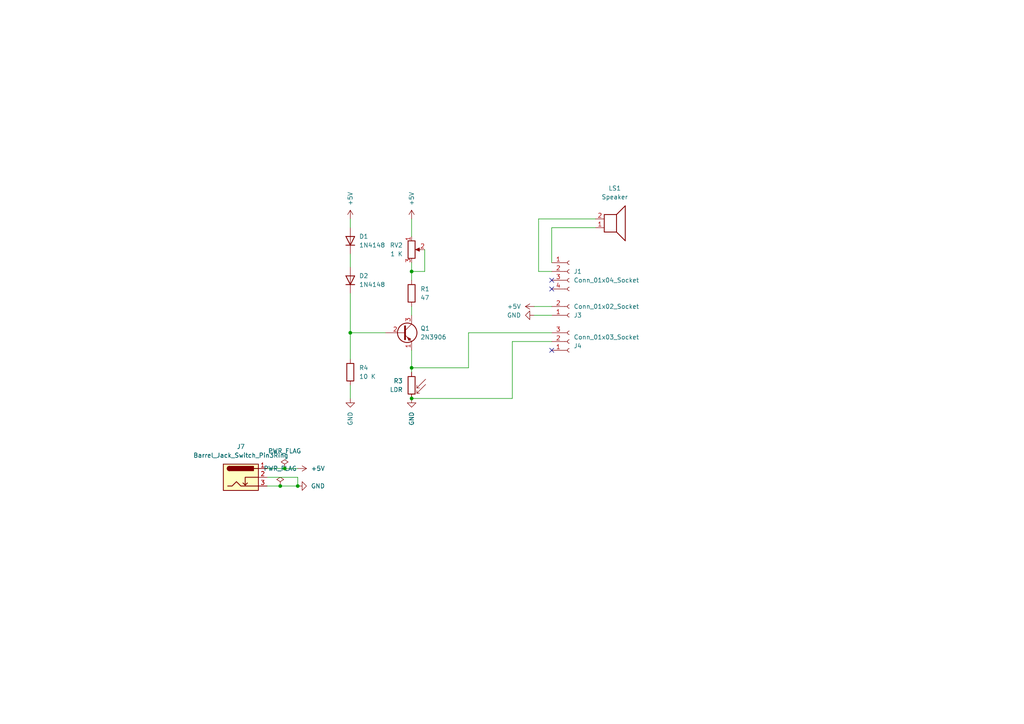
<source format=kicad_sch>
(kicad_sch (version 20230121) (generator eeschema)

  (uuid 9784eab8-30d2-43f8-b41c-fb35248f84c4)

  (paper "A4")

  (lib_symbols
    (symbol "Connector:Barrel_Jack_Switch_Pin3Ring" (pin_names hide) (in_bom yes) (on_board yes)
      (property "Reference" "J" (at 0 5.334 0)
        (effects (font (size 1.27 1.27)))
      )
      (property "Value" "Barrel_Jack_Switch_Pin3Ring" (at 0 -5.08 0)
        (effects (font (size 1.27 1.27)))
      )
      (property "Footprint" "" (at 1.27 -1.016 0)
        (effects (font (size 1.27 1.27)) hide)
      )
      (property "Datasheet" "~" (at 1.27 -1.016 0)
        (effects (font (size 1.27 1.27)) hide)
      )
      (property "ki_keywords" "DC power barrel jack connector" (at 0 0 0)
        (effects (font (size 1.27 1.27)) hide)
      )
      (property "ki_description" "DC Barrel Jack with an internal switch" (at 0 0 0)
        (effects (font (size 1.27 1.27)) hide)
      )
      (property "ki_fp_filters" "BarrelJack*" (at 0 0 0)
        (effects (font (size 1.27 1.27)) hide)
      )
      (symbol "Barrel_Jack_Switch_Pin3Ring_0_1"
        (rectangle (start -5.08 3.81) (end 5.08 -3.81)
          (stroke (width 0.254) (type default))
          (fill (type background))
        )
        (arc (start -3.302 3.175) (mid -3.9343 2.54) (end -3.302 1.905)
          (stroke (width 0.254) (type default))
          (fill (type none))
        )
        (arc (start -3.302 3.175) (mid -3.9343 2.54) (end -3.302 1.905)
          (stroke (width 0.254) (type default))
          (fill (type outline))
        )
        (polyline
          (pts
            (xy 1.27 -2.286)
            (xy 1.905 -1.651)
          )
          (stroke (width 0.254) (type default))
          (fill (type none))
        )
        (polyline
          (pts
            (xy 5.08 2.54)
            (xy 3.81 2.54)
          )
          (stroke (width 0.254) (type default))
          (fill (type none))
        )
        (polyline
          (pts
            (xy 5.08 0)
            (xy 1.27 0)
            (xy 1.27 -2.286)
            (xy 0.635 -1.651)
          )
          (stroke (width 0.254) (type default))
          (fill (type none))
        )
        (polyline
          (pts
            (xy -3.81 -2.54)
            (xy -2.54 -2.54)
            (xy -1.27 -1.27)
            (xy 0 -2.54)
            (xy 2.54 -2.54)
            (xy 5.08 -2.54)
          )
          (stroke (width 0.254) (type default))
          (fill (type none))
        )
        (rectangle (start 3.683 3.175) (end -3.302 1.905)
          (stroke (width 0.254) (type default))
          (fill (type outline))
        )
      )
      (symbol "Barrel_Jack_Switch_Pin3Ring_1_1"
        (pin passive line (at 7.62 2.54 180) (length 2.54)
          (name "~" (effects (font (size 1.27 1.27))))
          (number "1" (effects (font (size 1.27 1.27))))
        )
        (pin passive line (at 7.62 0 180) (length 2.54)
          (name "~" (effects (font (size 1.27 1.27))))
          (number "2" (effects (font (size 1.27 1.27))))
        )
        (pin passive line (at 7.62 -2.54 180) (length 2.54)
          (name "~" (effects (font (size 1.27 1.27))))
          (number "3" (effects (font (size 1.27 1.27))))
        )
      )
    )
    (symbol "Connector:Conn_01x02_Socket" (pin_names (offset 1.016) hide) (in_bom yes) (on_board yes)
      (property "Reference" "J" (at 0 2.54 0)
        (effects (font (size 1.27 1.27)))
      )
      (property "Value" "Conn_01x02_Socket" (at 0 -5.08 0)
        (effects (font (size 1.27 1.27)))
      )
      (property "Footprint" "" (at 0 0 0)
        (effects (font (size 1.27 1.27)) hide)
      )
      (property "Datasheet" "~" (at 0 0 0)
        (effects (font (size 1.27 1.27)) hide)
      )
      (property "ki_locked" "" (at 0 0 0)
        (effects (font (size 1.27 1.27)))
      )
      (property "ki_keywords" "connector" (at 0 0 0)
        (effects (font (size 1.27 1.27)) hide)
      )
      (property "ki_description" "Generic connector, single row, 01x02, script generated" (at 0 0 0)
        (effects (font (size 1.27 1.27)) hide)
      )
      (property "ki_fp_filters" "Connector*:*_1x??_*" (at 0 0 0)
        (effects (font (size 1.27 1.27)) hide)
      )
      (symbol "Conn_01x02_Socket_1_1"
        (arc (start 0 -2.032) (mid -0.5058 -2.54) (end 0 -3.048)
          (stroke (width 0.1524) (type default))
          (fill (type none))
        )
        (polyline
          (pts
            (xy -1.27 -2.54)
            (xy -0.508 -2.54)
          )
          (stroke (width 0.1524) (type default))
          (fill (type none))
        )
        (polyline
          (pts
            (xy -1.27 0)
            (xy -0.508 0)
          )
          (stroke (width 0.1524) (type default))
          (fill (type none))
        )
        (arc (start 0 0.508) (mid -0.5058 0) (end 0 -0.508)
          (stroke (width 0.1524) (type default))
          (fill (type none))
        )
        (pin passive line (at -5.08 0 0) (length 3.81)
          (name "Pin_1" (effects (font (size 1.27 1.27))))
          (number "1" (effects (font (size 1.27 1.27))))
        )
        (pin passive line (at -5.08 -2.54 0) (length 3.81)
          (name "Pin_2" (effects (font (size 1.27 1.27))))
          (number "2" (effects (font (size 1.27 1.27))))
        )
      )
    )
    (symbol "Connector:Conn_01x03_Socket" (pin_names (offset 1.016) hide) (in_bom yes) (on_board yes)
      (property "Reference" "J" (at 0 5.08 0)
        (effects (font (size 1.27 1.27)))
      )
      (property "Value" "Conn_01x03_Socket" (at 0 -5.08 0)
        (effects (font (size 1.27 1.27)))
      )
      (property "Footprint" "" (at 0 0 0)
        (effects (font (size 1.27 1.27)) hide)
      )
      (property "Datasheet" "~" (at 0 0 0)
        (effects (font (size 1.27 1.27)) hide)
      )
      (property "ki_locked" "" (at 0 0 0)
        (effects (font (size 1.27 1.27)))
      )
      (property "ki_keywords" "connector" (at 0 0 0)
        (effects (font (size 1.27 1.27)) hide)
      )
      (property "ki_description" "Generic connector, single row, 01x03, script generated" (at 0 0 0)
        (effects (font (size 1.27 1.27)) hide)
      )
      (property "ki_fp_filters" "Connector*:*_1x??_*" (at 0 0 0)
        (effects (font (size 1.27 1.27)) hide)
      )
      (symbol "Conn_01x03_Socket_1_1"
        (arc (start 0 -2.032) (mid -0.5058 -2.54) (end 0 -3.048)
          (stroke (width 0.1524) (type default))
          (fill (type none))
        )
        (polyline
          (pts
            (xy -1.27 -2.54)
            (xy -0.508 -2.54)
          )
          (stroke (width 0.1524) (type default))
          (fill (type none))
        )
        (polyline
          (pts
            (xy -1.27 0)
            (xy -0.508 0)
          )
          (stroke (width 0.1524) (type default))
          (fill (type none))
        )
        (polyline
          (pts
            (xy -1.27 2.54)
            (xy -0.508 2.54)
          )
          (stroke (width 0.1524) (type default))
          (fill (type none))
        )
        (arc (start 0 0.508) (mid -0.5058 0) (end 0 -0.508)
          (stroke (width 0.1524) (type default))
          (fill (type none))
        )
        (arc (start 0 3.048) (mid -0.5058 2.54) (end 0 2.032)
          (stroke (width 0.1524) (type default))
          (fill (type none))
        )
        (pin passive line (at -5.08 2.54 0) (length 3.81)
          (name "Pin_1" (effects (font (size 1.27 1.27))))
          (number "1" (effects (font (size 1.27 1.27))))
        )
        (pin passive line (at -5.08 0 0) (length 3.81)
          (name "Pin_2" (effects (font (size 1.27 1.27))))
          (number "2" (effects (font (size 1.27 1.27))))
        )
        (pin passive line (at -5.08 -2.54 0) (length 3.81)
          (name "Pin_3" (effects (font (size 1.27 1.27))))
          (number "3" (effects (font (size 1.27 1.27))))
        )
      )
    )
    (symbol "Connector:Conn_01x04_Socket" (pin_names (offset 1.016) hide) (in_bom yes) (on_board yes)
      (property "Reference" "J" (at 0 5.08 0)
        (effects (font (size 1.27 1.27)))
      )
      (property "Value" "Conn_01x04_Socket" (at 0 -7.62 0)
        (effects (font (size 1.27 1.27)))
      )
      (property "Footprint" "" (at 0 0 0)
        (effects (font (size 1.27 1.27)) hide)
      )
      (property "Datasheet" "~" (at 0 0 0)
        (effects (font (size 1.27 1.27)) hide)
      )
      (property "ki_locked" "" (at 0 0 0)
        (effects (font (size 1.27 1.27)))
      )
      (property "ki_keywords" "connector" (at 0 0 0)
        (effects (font (size 1.27 1.27)) hide)
      )
      (property "ki_description" "Generic connector, single row, 01x04, script generated" (at 0 0 0)
        (effects (font (size 1.27 1.27)) hide)
      )
      (property "ki_fp_filters" "Connector*:*_1x??_*" (at 0 0 0)
        (effects (font (size 1.27 1.27)) hide)
      )
      (symbol "Conn_01x04_Socket_1_1"
        (arc (start 0 -4.572) (mid -0.5058 -5.08) (end 0 -5.588)
          (stroke (width 0.1524) (type default))
          (fill (type none))
        )
        (arc (start 0 -2.032) (mid -0.5058 -2.54) (end 0 -3.048)
          (stroke (width 0.1524) (type default))
          (fill (type none))
        )
        (polyline
          (pts
            (xy -1.27 -5.08)
            (xy -0.508 -5.08)
          )
          (stroke (width 0.1524) (type default))
          (fill (type none))
        )
        (polyline
          (pts
            (xy -1.27 -2.54)
            (xy -0.508 -2.54)
          )
          (stroke (width 0.1524) (type default))
          (fill (type none))
        )
        (polyline
          (pts
            (xy -1.27 0)
            (xy -0.508 0)
          )
          (stroke (width 0.1524) (type default))
          (fill (type none))
        )
        (polyline
          (pts
            (xy -1.27 2.54)
            (xy -0.508 2.54)
          )
          (stroke (width 0.1524) (type default))
          (fill (type none))
        )
        (arc (start 0 0.508) (mid -0.5058 0) (end 0 -0.508)
          (stroke (width 0.1524) (type default))
          (fill (type none))
        )
        (arc (start 0 3.048) (mid -0.5058 2.54) (end 0 2.032)
          (stroke (width 0.1524) (type default))
          (fill (type none))
        )
        (pin passive line (at -5.08 2.54 0) (length 3.81)
          (name "Pin_1" (effects (font (size 1.27 1.27))))
          (number "1" (effects (font (size 1.27 1.27))))
        )
        (pin passive line (at -5.08 0 0) (length 3.81)
          (name "Pin_2" (effects (font (size 1.27 1.27))))
          (number "2" (effects (font (size 1.27 1.27))))
        )
        (pin passive line (at -5.08 -2.54 0) (length 3.81)
          (name "Pin_3" (effects (font (size 1.27 1.27))))
          (number "3" (effects (font (size 1.27 1.27))))
        )
        (pin passive line (at -5.08 -5.08 0) (length 3.81)
          (name "Pin_4" (effects (font (size 1.27 1.27))))
          (number "4" (effects (font (size 1.27 1.27))))
        )
      )
    )
    (symbol "Device:R" (pin_numbers hide) (pin_names (offset 0)) (in_bom yes) (on_board yes)
      (property "Reference" "R" (at 2.032 0 90)
        (effects (font (size 1.27 1.27)))
      )
      (property "Value" "R" (at 0 0 90)
        (effects (font (size 1.27 1.27)))
      )
      (property "Footprint" "" (at -1.778 0 90)
        (effects (font (size 1.27 1.27)) hide)
      )
      (property "Datasheet" "~" (at 0 0 0)
        (effects (font (size 1.27 1.27)) hide)
      )
      (property "ki_keywords" "R res resistor" (at 0 0 0)
        (effects (font (size 1.27 1.27)) hide)
      )
      (property "ki_description" "Resistor" (at 0 0 0)
        (effects (font (size 1.27 1.27)) hide)
      )
      (property "ki_fp_filters" "R_*" (at 0 0 0)
        (effects (font (size 1.27 1.27)) hide)
      )
      (symbol "R_0_1"
        (rectangle (start -1.016 -2.54) (end 1.016 2.54)
          (stroke (width 0.254) (type default))
          (fill (type none))
        )
      )
      (symbol "R_1_1"
        (pin passive line (at 0 3.81 270) (length 1.27)
          (name "~" (effects (font (size 1.27 1.27))))
          (number "1" (effects (font (size 1.27 1.27))))
        )
        (pin passive line (at 0 -3.81 90) (length 1.27)
          (name "~" (effects (font (size 1.27 1.27))))
          (number "2" (effects (font (size 1.27 1.27))))
        )
      )
    )
    (symbol "Device:R_Potentiometer" (pin_names (offset 1.016) hide) (in_bom yes) (on_board yes)
      (property "Reference" "RV" (at -4.445 0 90)
        (effects (font (size 1.27 1.27)))
      )
      (property "Value" "R_Potentiometer" (at -2.54 0 90)
        (effects (font (size 1.27 1.27)))
      )
      (property "Footprint" "" (at 0 0 0)
        (effects (font (size 1.27 1.27)) hide)
      )
      (property "Datasheet" "~" (at 0 0 0)
        (effects (font (size 1.27 1.27)) hide)
      )
      (property "ki_keywords" "resistor variable" (at 0 0 0)
        (effects (font (size 1.27 1.27)) hide)
      )
      (property "ki_description" "Potentiometer" (at 0 0 0)
        (effects (font (size 1.27 1.27)) hide)
      )
      (property "ki_fp_filters" "Potentiometer*" (at 0 0 0)
        (effects (font (size 1.27 1.27)) hide)
      )
      (symbol "R_Potentiometer_0_1"
        (polyline
          (pts
            (xy 2.54 0)
            (xy 1.524 0)
          )
          (stroke (width 0) (type default))
          (fill (type none))
        )
        (polyline
          (pts
            (xy 1.143 0)
            (xy 2.286 0.508)
            (xy 2.286 -0.508)
            (xy 1.143 0)
          )
          (stroke (width 0) (type default))
          (fill (type outline))
        )
        (rectangle (start 1.016 2.54) (end -1.016 -2.54)
          (stroke (width 0.254) (type default))
          (fill (type none))
        )
      )
      (symbol "R_Potentiometer_1_1"
        (pin passive line (at 0 3.81 270) (length 1.27)
          (name "1" (effects (font (size 1.27 1.27))))
          (number "1" (effects (font (size 1.27 1.27))))
        )
        (pin passive line (at 3.81 0 180) (length 1.27)
          (name "2" (effects (font (size 1.27 1.27))))
          (number "2" (effects (font (size 1.27 1.27))))
        )
        (pin passive line (at 0 -3.81 90) (length 1.27)
          (name "3" (effects (font (size 1.27 1.27))))
          (number "3" (effects (font (size 1.27 1.27))))
        )
      )
    )
    (symbol "Device:Speaker" (pin_names (offset 0) hide) (in_bom yes) (on_board yes)
      (property "Reference" "LS" (at 1.27 5.715 0)
        (effects (font (size 1.27 1.27)) (justify right))
      )
      (property "Value" "Speaker" (at 1.27 3.81 0)
        (effects (font (size 1.27 1.27)) (justify right))
      )
      (property "Footprint" "" (at 0 -5.08 0)
        (effects (font (size 1.27 1.27)) hide)
      )
      (property "Datasheet" "~" (at -0.254 -1.27 0)
        (effects (font (size 1.27 1.27)) hide)
      )
      (property "ki_keywords" "speaker sound" (at 0 0 0)
        (effects (font (size 1.27 1.27)) hide)
      )
      (property "ki_description" "Speaker" (at 0 0 0)
        (effects (font (size 1.27 1.27)) hide)
      )
      (symbol "Speaker_0_0"
        (rectangle (start -2.54 1.27) (end 1.016 -3.81)
          (stroke (width 0.254) (type default))
          (fill (type none))
        )
        (polyline
          (pts
            (xy 1.016 1.27)
            (xy 3.556 3.81)
            (xy 3.556 -6.35)
            (xy 1.016 -3.81)
          )
          (stroke (width 0.254) (type default))
          (fill (type none))
        )
      )
      (symbol "Speaker_1_1"
        (pin input line (at -5.08 0 0) (length 2.54)
          (name "1" (effects (font (size 1.27 1.27))))
          (number "1" (effects (font (size 1.27 1.27))))
        )
        (pin input line (at -5.08 -2.54 0) (length 2.54)
          (name "2" (effects (font (size 1.27 1.27))))
          (number "2" (effects (font (size 1.27 1.27))))
        )
      )
    )
    (symbol "Diode:1N4148" (pin_numbers hide) (pin_names hide) (in_bom yes) (on_board yes)
      (property "Reference" "D" (at 0 2.54 0)
        (effects (font (size 1.27 1.27)))
      )
      (property "Value" "1N4148" (at 0 -2.54 0)
        (effects (font (size 1.27 1.27)))
      )
      (property "Footprint" "Diode_THT:D_DO-35_SOD27_P7.62mm_Horizontal" (at 0 0 0)
        (effects (font (size 1.27 1.27)) hide)
      )
      (property "Datasheet" "https://assets.nexperia.com/documents/data-sheet/1N4148_1N4448.pdf" (at 0 0 0)
        (effects (font (size 1.27 1.27)) hide)
      )
      (property "Sim.Device" "D" (at 0 0 0)
        (effects (font (size 1.27 1.27)) hide)
      )
      (property "Sim.Pins" "1=K 2=A" (at 0 0 0)
        (effects (font (size 1.27 1.27)) hide)
      )
      (property "ki_keywords" "diode" (at 0 0 0)
        (effects (font (size 1.27 1.27)) hide)
      )
      (property "ki_description" "100V 0.15A standard switching diode, DO-35" (at 0 0 0)
        (effects (font (size 1.27 1.27)) hide)
      )
      (property "ki_fp_filters" "D*DO?35*" (at 0 0 0)
        (effects (font (size 1.27 1.27)) hide)
      )
      (symbol "1N4148_0_1"
        (polyline
          (pts
            (xy -1.27 1.27)
            (xy -1.27 -1.27)
          )
          (stroke (width 0.254) (type default))
          (fill (type none))
        )
        (polyline
          (pts
            (xy 1.27 0)
            (xy -1.27 0)
          )
          (stroke (width 0) (type default))
          (fill (type none))
        )
        (polyline
          (pts
            (xy 1.27 1.27)
            (xy 1.27 -1.27)
            (xy -1.27 0)
            (xy 1.27 1.27)
          )
          (stroke (width 0.254) (type default))
          (fill (type none))
        )
      )
      (symbol "1N4148_1_1"
        (pin passive line (at -3.81 0 0) (length 2.54)
          (name "K" (effects (font (size 1.27 1.27))))
          (number "1" (effects (font (size 1.27 1.27))))
        )
        (pin passive line (at 3.81 0 180) (length 2.54)
          (name "A" (effects (font (size 1.27 1.27))))
          (number "2" (effects (font (size 1.27 1.27))))
        )
      )
    )
    (symbol "Sensor_Optical:LDR03" (pin_numbers hide) (pin_names (offset 0)) (in_bom yes) (on_board yes)
      (property "Reference" "R" (at -5.08 0 90)
        (effects (font (size 1.27 1.27)))
      )
      (property "Value" "LDR03" (at 1.905 0 90)
        (effects (font (size 1.27 1.27)) (justify top))
      )
      (property "Footprint" "OptoDevice:R_LDR_10x8.5mm_P7.6mm_Vertical" (at 4.445 0 90)
        (effects (font (size 1.27 1.27)) hide)
      )
      (property "Datasheet" "http://www.elektronica-componenten.nl/WebRoot/StoreNL/Shops/61422969/54F1/BA0C/C664/31B9/2173/C0A8/2AB9/2AEF/LDR03IMP.pdf" (at 0 -1.27 0)
        (effects (font (size 1.27 1.27)) hide)
      )
      (property "ki_keywords" "light dependent photo resistor LDR" (at 0 0 0)
        (effects (font (size 1.27 1.27)) hide)
      )
      (property "ki_description" "light dependent resistor" (at 0 0 0)
        (effects (font (size 1.27 1.27)) hide)
      )
      (property "ki_fp_filters" "R*LDR*10x8.5mm*P7.6mm*" (at 0 0 0)
        (effects (font (size 1.27 1.27)) hide)
      )
      (symbol "LDR03_0_1"
        (rectangle (start -1.016 2.54) (end 1.016 -2.54)
          (stroke (width 0.254) (type default))
          (fill (type none))
        )
        (polyline
          (pts
            (xy -1.524 -2.286)
            (xy -4.064 0.254)
          )
          (stroke (width 0) (type default))
          (fill (type none))
        )
        (polyline
          (pts
            (xy -1.524 -2.286)
            (xy -2.286 -2.286)
          )
          (stroke (width 0) (type default))
          (fill (type none))
        )
        (polyline
          (pts
            (xy -1.524 -2.286)
            (xy -1.524 -1.524)
          )
          (stroke (width 0) (type default))
          (fill (type none))
        )
        (polyline
          (pts
            (xy -1.524 -0.762)
            (xy -4.064 1.778)
          )
          (stroke (width 0) (type default))
          (fill (type none))
        )
        (polyline
          (pts
            (xy -1.524 -0.762)
            (xy -2.286 -0.762)
          )
          (stroke (width 0) (type default))
          (fill (type none))
        )
        (polyline
          (pts
            (xy -1.524 -0.762)
            (xy -1.524 0)
          )
          (stroke (width 0) (type default))
          (fill (type none))
        )
      )
      (symbol "LDR03_1_1"
        (pin passive line (at 0 3.81 270) (length 1.27)
          (name "~" (effects (font (size 1.27 1.27))))
          (number "1" (effects (font (size 1.27 1.27))))
        )
        (pin passive line (at 0 -3.81 90) (length 1.27)
          (name "~" (effects (font (size 1.27 1.27))))
          (number "2" (effects (font (size 1.27 1.27))))
        )
      )
    )
    (symbol "Transistor_BJT:2N3906" (pin_names (offset 0) hide) (in_bom yes) (on_board yes)
      (property "Reference" "Q" (at 5.08 1.905 0)
        (effects (font (size 1.27 1.27)) (justify left))
      )
      (property "Value" "2N3906" (at 5.08 0 0)
        (effects (font (size 1.27 1.27)) (justify left))
      )
      (property "Footprint" "Package_TO_SOT_THT:TO-92_Inline" (at 5.08 -1.905 0)
        (effects (font (size 1.27 1.27) italic) (justify left) hide)
      )
      (property "Datasheet" "https://www.onsemi.com/pub/Collateral/2N3906-D.PDF" (at 0 0 0)
        (effects (font (size 1.27 1.27)) (justify left) hide)
      )
      (property "ki_keywords" "PNP Transistor" (at 0 0 0)
        (effects (font (size 1.27 1.27)) hide)
      )
      (property "ki_description" "-0.2A Ic, -40V Vce, Small Signal PNP Transistor, TO-92" (at 0 0 0)
        (effects (font (size 1.27 1.27)) hide)
      )
      (property "ki_fp_filters" "TO?92*" (at 0 0 0)
        (effects (font (size 1.27 1.27)) hide)
      )
      (symbol "2N3906_0_1"
        (polyline
          (pts
            (xy 0.635 0.635)
            (xy 2.54 2.54)
          )
          (stroke (width 0) (type default))
          (fill (type none))
        )
        (polyline
          (pts
            (xy 0.635 -0.635)
            (xy 2.54 -2.54)
            (xy 2.54 -2.54)
          )
          (stroke (width 0) (type default))
          (fill (type none))
        )
        (polyline
          (pts
            (xy 0.635 1.905)
            (xy 0.635 -1.905)
            (xy 0.635 -1.905)
          )
          (stroke (width 0.508) (type default))
          (fill (type none))
        )
        (polyline
          (pts
            (xy 2.286 -1.778)
            (xy 1.778 -2.286)
            (xy 1.27 -1.27)
            (xy 2.286 -1.778)
            (xy 2.286 -1.778)
          )
          (stroke (width 0) (type default))
          (fill (type outline))
        )
        (circle (center 1.27 0) (radius 2.8194)
          (stroke (width 0.254) (type default))
          (fill (type none))
        )
      )
      (symbol "2N3906_1_1"
        (pin passive line (at 2.54 -5.08 90) (length 2.54)
          (name "E" (effects (font (size 1.27 1.27))))
          (number "1" (effects (font (size 1.27 1.27))))
        )
        (pin input line (at -5.08 0 0) (length 5.715)
          (name "B" (effects (font (size 1.27 1.27))))
          (number "2" (effects (font (size 1.27 1.27))))
        )
        (pin passive line (at 2.54 5.08 270) (length 2.54)
          (name "C" (effects (font (size 1.27 1.27))))
          (number "3" (effects (font (size 1.27 1.27))))
        )
      )
    )
    (symbol "power:+5V" (power) (pin_names (offset 0)) (in_bom yes) (on_board yes)
      (property "Reference" "#PWR" (at 0 -3.81 0)
        (effects (font (size 1.27 1.27)) hide)
      )
      (property "Value" "+5V" (at 0 3.556 0)
        (effects (font (size 1.27 1.27)))
      )
      (property "Footprint" "" (at 0 0 0)
        (effects (font (size 1.27 1.27)) hide)
      )
      (property "Datasheet" "" (at 0 0 0)
        (effects (font (size 1.27 1.27)) hide)
      )
      (property "ki_keywords" "global power" (at 0 0 0)
        (effects (font (size 1.27 1.27)) hide)
      )
      (property "ki_description" "Power symbol creates a global label with name \"+5V\"" (at 0 0 0)
        (effects (font (size 1.27 1.27)) hide)
      )
      (symbol "+5V_0_1"
        (polyline
          (pts
            (xy -0.762 1.27)
            (xy 0 2.54)
          )
          (stroke (width 0) (type default))
          (fill (type none))
        )
        (polyline
          (pts
            (xy 0 0)
            (xy 0 2.54)
          )
          (stroke (width 0) (type default))
          (fill (type none))
        )
        (polyline
          (pts
            (xy 0 2.54)
            (xy 0.762 1.27)
          )
          (stroke (width 0) (type default))
          (fill (type none))
        )
      )
      (symbol "+5V_1_1"
        (pin power_in line (at 0 0 90) (length 0) hide
          (name "+5V" (effects (font (size 1.27 1.27))))
          (number "1" (effects (font (size 1.27 1.27))))
        )
      )
    )
    (symbol "power:GND" (power) (pin_names (offset 0)) (in_bom yes) (on_board yes)
      (property "Reference" "#PWR" (at 0 -6.35 0)
        (effects (font (size 1.27 1.27)) hide)
      )
      (property "Value" "GND" (at 0 -3.81 0)
        (effects (font (size 1.27 1.27)))
      )
      (property "Footprint" "" (at 0 0 0)
        (effects (font (size 1.27 1.27)) hide)
      )
      (property "Datasheet" "" (at 0 0 0)
        (effects (font (size 1.27 1.27)) hide)
      )
      (property "ki_keywords" "global power" (at 0 0 0)
        (effects (font (size 1.27 1.27)) hide)
      )
      (property "ki_description" "Power symbol creates a global label with name \"GND\" , ground" (at 0 0 0)
        (effects (font (size 1.27 1.27)) hide)
      )
      (symbol "GND_0_1"
        (polyline
          (pts
            (xy 0 0)
            (xy 0 -1.27)
            (xy 1.27 -1.27)
            (xy 0 -2.54)
            (xy -1.27 -1.27)
            (xy 0 -1.27)
          )
          (stroke (width 0) (type default))
          (fill (type none))
        )
      )
      (symbol "GND_1_1"
        (pin power_in line (at 0 0 270) (length 0) hide
          (name "GND" (effects (font (size 1.27 1.27))))
          (number "1" (effects (font (size 1.27 1.27))))
        )
      )
    )
    (symbol "power:PWR_FLAG" (power) (pin_numbers hide) (pin_names (offset 0) hide) (in_bom yes) (on_board yes)
      (property "Reference" "#FLG" (at 0 1.905 0)
        (effects (font (size 1.27 1.27)) hide)
      )
      (property "Value" "PWR_FLAG" (at 0 3.81 0)
        (effects (font (size 1.27 1.27)))
      )
      (property "Footprint" "" (at 0 0 0)
        (effects (font (size 1.27 1.27)) hide)
      )
      (property "Datasheet" "~" (at 0 0 0)
        (effects (font (size 1.27 1.27)) hide)
      )
      (property "ki_keywords" "flag power" (at 0 0 0)
        (effects (font (size 1.27 1.27)) hide)
      )
      (property "ki_description" "Special symbol for telling ERC where power comes from" (at 0 0 0)
        (effects (font (size 1.27 1.27)) hide)
      )
      (symbol "PWR_FLAG_0_0"
        (pin power_out line (at 0 0 90) (length 0)
          (name "pwr" (effects (font (size 1.27 1.27))))
          (number "1" (effects (font (size 1.27 1.27))))
        )
      )
      (symbol "PWR_FLAG_0_1"
        (polyline
          (pts
            (xy 0 0)
            (xy 0 1.27)
            (xy -1.016 1.905)
            (xy 0 2.54)
            (xy 1.016 1.905)
            (xy 0 1.27)
          )
          (stroke (width 0) (type default))
          (fill (type none))
        )
      )
    )
  )

  (junction (at 81.28 140.97) (diameter 0) (color 0 0 0 0)
    (uuid 58e225b2-78ba-4b6a-a0de-aa7502b78792)
  )
  (junction (at 82.55 135.89) (diameter 0) (color 0 0 0 0)
    (uuid 7bce8f96-0f49-47aa-bfd1-73aedc01310e)
  )
  (junction (at 101.6 96.52) (diameter 0) (color 0 0 0 0)
    (uuid 7e003fbf-3e28-4aa1-a408-ee888b2b972b)
  )
  (junction (at 119.38 106.68) (diameter 0) (color 0 0 0 0)
    (uuid 989fc171-1fa9-47de-987d-6018d27a9427)
  )
  (junction (at 119.38 115.57) (diameter 0) (color 0 0 0 0)
    (uuid 9e45d34e-f9ef-46c2-a107-8fdad4aba9ab)
  )
  (junction (at 119.38 78.74) (diameter 0) (color 0 0 0 0)
    (uuid ca5092d6-5a2c-4741-8c22-d29058d198d5)
  )
  (junction (at 86.36 140.97) (diameter 0) (color 0 0 0 0)
    (uuid e4180d65-7738-4966-92b7-3a44589a46cc)
  )

  (no_connect (at 160.02 83.82) (uuid 8815afbd-6b9e-4323-a410-b8c779141d96))
  (no_connect (at 160.02 81.28) (uuid aeb2cead-c8c4-4596-a556-727ca585590c))
  (no_connect (at 160.02 101.6) (uuid ba2dbe98-d969-4ef2-a51e-33fef1a2ba06))

  (wire (pts (xy 123.19 72.39) (xy 123.19 78.74))
    (stroke (width 0) (type default))
    (uuid 10febc1d-8bcf-4c94-a59e-951a6e217551)
  )
  (wire (pts (xy 148.59 99.06) (xy 148.59 115.57))
    (stroke (width 0) (type default))
    (uuid 1409f69f-e253-45e3-b7c4-3185cbcdd684)
  )
  (wire (pts (xy 154.94 91.44) (xy 160.02 91.44))
    (stroke (width 0) (type default))
    (uuid 1563eed2-fc61-4ef1-ac81-f227d3136c48)
  )
  (wire (pts (xy 119.38 76.2) (xy 119.38 78.74))
    (stroke (width 0) (type default))
    (uuid 1b527351-99f4-4504-8340-743438a53830)
  )
  (wire (pts (xy 86.36 138.43) (xy 86.36 140.97))
    (stroke (width 0) (type default))
    (uuid 1c874b86-17d1-414f-a4f3-afae7f04b712)
  )
  (wire (pts (xy 119.38 88.9) (xy 119.38 91.44))
    (stroke (width 0) (type default))
    (uuid 21300965-85fd-47c7-b38a-bd080a9822ed)
  )
  (wire (pts (xy 123.19 78.74) (xy 119.38 78.74))
    (stroke (width 0) (type default))
    (uuid 32e62bbd-aafc-4323-a164-32651ceb60d5)
  )
  (wire (pts (xy 86.36 138.43) (xy 77.47 138.43))
    (stroke (width 0) (type default))
    (uuid 41af1d69-1567-4067-b565-8a4c664bcc38)
  )
  (wire (pts (xy 119.38 106.68) (xy 119.38 107.95))
    (stroke (width 0) (type default))
    (uuid 4287632c-d7c0-40a5-8e1a-34fb767e7c98)
  )
  (wire (pts (xy 135.89 96.52) (xy 135.89 106.68))
    (stroke (width 0) (type default))
    (uuid 432b6700-9152-4c40-9bc9-4acb10a068ef)
  )
  (wire (pts (xy 86.36 135.89) (xy 82.55 135.89))
    (stroke (width 0) (type default))
    (uuid 4dc25bae-2da4-4096-926a-9deb1d203d6d)
  )
  (wire (pts (xy 101.6 85.09) (xy 101.6 96.52))
    (stroke (width 0) (type default))
    (uuid 4e6ded57-cc3e-4d28-8d87-60fb6c22791d)
  )
  (wire (pts (xy 160.02 78.74) (xy 156.21 78.74))
    (stroke (width 0) (type default))
    (uuid 514bda25-cfe7-4069-9a2b-df9e52ac05be)
  )
  (wire (pts (xy 160.02 96.52) (xy 135.89 96.52))
    (stroke (width 0) (type default))
    (uuid 52115bc1-5931-4386-b7e2-8cbd78820c6a)
  )
  (wire (pts (xy 86.36 140.97) (xy 81.28 140.97))
    (stroke (width 0) (type default))
    (uuid 5414153e-2757-48f0-9988-b4422e767906)
  )
  (wire (pts (xy 119.38 63.5) (xy 119.38 68.58))
    (stroke (width 0) (type default))
    (uuid 67d401cd-50a4-4743-b376-db9e1660fca8)
  )
  (wire (pts (xy 160.02 99.06) (xy 148.59 99.06))
    (stroke (width 0) (type default))
    (uuid 6c63e708-a5d9-4631-8b5c-08330632c6ce)
  )
  (wire (pts (xy 101.6 77.47) (xy 101.6 73.66))
    (stroke (width 0) (type default))
    (uuid 6d5e1584-299f-4579-9270-26f272c478ec)
  )
  (wire (pts (xy 119.38 101.6) (xy 119.38 106.68))
    (stroke (width 0) (type default))
    (uuid 6dcf7faf-c236-4c06-a438-bb0dbc61efc7)
  )
  (wire (pts (xy 101.6 63.5) (xy 101.6 66.04))
    (stroke (width 0) (type default))
    (uuid 7ab1e8af-cefe-4475-84fa-bf50b4642143)
  )
  (wire (pts (xy 156.21 63.5) (xy 172.72 63.5))
    (stroke (width 0) (type default))
    (uuid 805d0df8-72af-4573-a5b8-0c537bf5b879)
  )
  (wire (pts (xy 154.94 88.9) (xy 160.02 88.9))
    (stroke (width 0) (type default))
    (uuid a0f9c709-56ed-41b6-ac30-2274a25a38eb)
  )
  (wire (pts (xy 101.6 96.52) (xy 111.76 96.52))
    (stroke (width 0) (type default))
    (uuid b28360b3-dec5-4962-92b9-2a8113b5f35d)
  )
  (wire (pts (xy 119.38 78.74) (xy 119.38 81.28))
    (stroke (width 0) (type default))
    (uuid b5c27723-58c6-4647-92b9-3aa49dc7fdc9)
  )
  (wire (pts (xy 101.6 111.76) (xy 101.6 115.57))
    (stroke (width 0) (type default))
    (uuid b844890e-6cb7-4098-bac1-ca3160320a2f)
  )
  (wire (pts (xy 160.02 76.2) (xy 160.02 66.04))
    (stroke (width 0) (type default))
    (uuid bd26a488-a02b-4440-9dd7-04f6c235140d)
  )
  (wire (pts (xy 156.21 78.74) (xy 156.21 63.5))
    (stroke (width 0) (type default))
    (uuid bf8d0408-85e6-4ace-9117-359aa26d031c)
  )
  (wire (pts (xy 82.55 135.89) (xy 77.47 135.89))
    (stroke (width 0) (type default))
    (uuid d03a700e-27c4-4f55-9058-a74f8a7244cc)
  )
  (wire (pts (xy 81.28 140.97) (xy 77.47 140.97))
    (stroke (width 0) (type default))
    (uuid d64fb5bd-6166-43a7-b594-1457d2c02401)
  )
  (wire (pts (xy 160.02 66.04) (xy 172.72 66.04))
    (stroke (width 0) (type default))
    (uuid dcd972f3-a759-4369-b18e-5b6480c1e9f7)
  )
  (wire (pts (xy 101.6 96.52) (xy 101.6 104.14))
    (stroke (width 0) (type default))
    (uuid de2f4971-845e-498c-8bae-3ea3132adf73)
  )
  (wire (pts (xy 148.59 115.57) (xy 119.38 115.57))
    (stroke (width 0) (type default))
    (uuid e52b6668-d6b6-423c-b2f4-4e27d06cd1a5)
  )
  (wire (pts (xy 135.89 106.68) (xy 119.38 106.68))
    (stroke (width 0) (type default))
    (uuid e58f8f89-2096-4cef-ae47-8fbd607afedf)
  )

  (symbol (lib_id "power:GND") (at 119.38 115.57 0) (unit 1)
    (in_bom yes) (on_board yes) (dnp no)
    (uuid 0000092f-9ed5-4d92-98bf-e79ca184b693)
    (property "Reference" "#PWR06" (at 119.38 121.92 0)
      (effects (font (size 1.27 1.27)) hide)
    )
    (property "Value" "GND" (at 119.38 119.38 90)
      (effects (font (size 1.27 1.27)) (justify right))
    )
    (property "Footprint" "" (at 119.38 115.57 0)
      (effects (font (size 1.27 1.27)) hide)
    )
    (property "Datasheet" "" (at 119.38 115.57 0)
      (effects (font (size 1.27 1.27)) hide)
    )
    (pin "1" (uuid 0bdaf5ee-e566-452a-b1e1-aa2ce1b143d8))
    (instances
      (project "Receptor"
        (path "/9784eab8-30d2-43f8-b41c-fb35248f84c4"
          (reference "#PWR06") (unit 1)
        )
      )
      (project "Taller de electronica"
        (path "/dca1231d-2874-42ed-adc0-30824ca25651"
          (reference "#PWR07") (unit 1)
        )
      )
    )
  )

  (symbol (lib_id "Device:R") (at 101.6 107.95 0) (unit 1)
    (in_bom yes) (on_board yes) (dnp no) (fields_autoplaced)
    (uuid 0c5cfb8f-face-4500-baeb-88593ab68179)
    (property "Reference" "R4" (at 104.14 106.68 0)
      (effects (font (size 1.27 1.27)) (justify left))
    )
    (property "Value" "10 K" (at 104.14 109.22 0)
      (effects (font (size 1.27 1.27)) (justify left))
    )
    (property "Footprint" "Resistor_THT:R_Axial_DIN0411_L9.9mm_D3.6mm_P15.24mm_Horizontal" (at 99.822 107.95 90)
      (effects (font (size 1.27 1.27)) hide)
    )
    (property "Datasheet" "~" (at 101.6 107.95 0)
      (effects (font (size 1.27 1.27)) hide)
    )
    (pin "1" (uuid 552ae679-957b-445b-b50b-d9f9b60c5cc3))
    (pin "2" (uuid f7bd86bd-3fad-4997-b71d-bf8c0c9850ef))
    (instances
      (project "Receptor"
        (path "/9784eab8-30d2-43f8-b41c-fb35248f84c4"
          (reference "R4") (unit 1)
        )
      )
    )
  )

  (symbol (lib_id "Connector:Barrel_Jack_Switch_Pin3Ring") (at 69.85 138.43 0) (unit 1)
    (in_bom yes) (on_board yes) (dnp no) (fields_autoplaced)
    (uuid 348d6003-9fb9-4351-8226-519521f137cb)
    (property "Reference" "J7" (at 69.85 129.54 0)
      (effects (font (size 1.27 1.27)))
    )
    (property "Value" "Barrel_Jack_Switch_Pin3Ring" (at 69.85 132.08 0)
      (effects (font (size 1.27 1.27)))
    )
    (property "Footprint" "Connector_BarrelJack:BarrelJack_Horizontal" (at 71.12 139.446 0)
      (effects (font (size 1.27 1.27)) hide)
    )
    (property "Datasheet" "~" (at 71.12 139.446 0)
      (effects (font (size 1.27 1.27)) hide)
    )
    (pin "2" (uuid bc14073c-59db-4125-98bd-05d4f4b8cfed))
    (pin "1" (uuid 0299089d-8deb-48ec-889f-1f3b54237fc5))
    (pin "3" (uuid 6334919e-9ba4-4a34-aec1-0cc8937f6fc3))
    (instances
      (project "Receptor"
        (path "/9784eab8-30d2-43f8-b41c-fb35248f84c4"
          (reference "J7") (unit 1)
        )
      )
    )
  )

  (symbol (lib_id "Connector:Conn_01x02_Socket") (at 165.1 91.44 0) (mirror x) (unit 1)
    (in_bom yes) (on_board yes) (dnp no) (fields_autoplaced)
    (uuid 3c4c7ce1-3b81-4093-b76f-7f07bc43fc4e)
    (property "Reference" "J3" (at 166.37 91.44 0)
      (effects (font (size 1.27 1.27)) (justify left))
    )
    (property "Value" "Conn_01x02_Socket" (at 166.37 88.9 0)
      (effects (font (size 1.27 1.27)) (justify left))
    )
    (property "Footprint" "Connector_PinSocket_2.54mm:PinSocket_1x02_P2.54mm_Vertical" (at 165.1 91.44 0)
      (effects (font (size 1.27 1.27)) hide)
    )
    (property "Datasheet" "~" (at 165.1 91.44 0)
      (effects (font (size 1.27 1.27)) hide)
    )
    (pin "2" (uuid 1a3c3a3e-4b2c-4a40-8ac1-7a2a2c216748))
    (pin "1" (uuid 2c62952a-5ee7-4cd6-b97e-9408877ad058))
    (instances
      (project "Receptor"
        (path "/9784eab8-30d2-43f8-b41c-fb35248f84c4"
          (reference "J3") (unit 1)
        )
      )
      (project "Taller de electronica"
        (path "/dca1231d-2874-42ed-adc0-30824ca25651"
          (reference "J3") (unit 1)
        )
      )
    )
  )

  (symbol (lib_id "power:+5V") (at 119.38 63.5 0) (unit 1)
    (in_bom yes) (on_board yes) (dnp no)
    (uuid 3f2e37db-6736-41e7-bd81-c65626702818)
    (property "Reference" "#PWR08" (at 119.38 67.31 0)
      (effects (font (size 1.27 1.27)) hide)
    )
    (property "Value" "+5V" (at 119.38 59.69 90)
      (effects (font (size 1.27 1.27)) (justify left))
    )
    (property "Footprint" "" (at 119.38 63.5 0)
      (effects (font (size 1.27 1.27)) hide)
    )
    (property "Datasheet" "" (at 119.38 63.5 0)
      (effects (font (size 1.27 1.27)) hide)
    )
    (pin "1" (uuid 5483c856-0eee-4649-ab12-95d0c709fcdb))
    (instances
      (project "Receptor"
        (path "/9784eab8-30d2-43f8-b41c-fb35248f84c4"
          (reference "#PWR08") (unit 1)
        )
      )
      (project "Taller de electronica"
        (path "/dca1231d-2874-42ed-adc0-30824ca25651"
          (reference "#PWR08") (unit 1)
        )
      )
    )
  )

  (symbol (lib_id "power:GND") (at 86.36 140.97 90) (unit 1)
    (in_bom yes) (on_board yes) (dnp no)
    (uuid 414c2b36-496d-4917-9cb4-33f69aa4a25b)
    (property "Reference" "#PWR04" (at 92.71 140.97 0)
      (effects (font (size 1.27 1.27)) hide)
    )
    (property "Value" "GND" (at 90.17 140.97 90)
      (effects (font (size 1.27 1.27)) (justify right))
    )
    (property "Footprint" "" (at 86.36 140.97 0)
      (effects (font (size 1.27 1.27)) hide)
    )
    (property "Datasheet" "" (at 86.36 140.97 0)
      (effects (font (size 1.27 1.27)) hide)
    )
    (pin "1" (uuid d3c8d6f1-618c-4175-adb5-49d7e5b0d43d))
    (instances
      (project "Receptor"
        (path "/9784eab8-30d2-43f8-b41c-fb35248f84c4"
          (reference "#PWR04") (unit 1)
        )
      )
      (project "Taller de electronica"
        (path "/dca1231d-2874-42ed-adc0-30824ca25651"
          (reference "#PWR07") (unit 1)
        )
      )
    )
  )

  (symbol (lib_id "Transistor_BJT:2N3906") (at 116.84 96.52 0) (unit 1)
    (in_bom yes) (on_board yes) (dnp no)
    (uuid 43423c00-ba6f-4240-83e2-f533519b79f9)
    (property "Reference" "Q1" (at 121.92 95.25 0)
      (effects (font (size 1.27 1.27)) (justify left))
    )
    (property "Value" "2N3906" (at 121.92 97.79 0)
      (effects (font (size 1.27 1.27)) (justify left))
    )
    (property "Footprint" "Package_TO_SOT_THT:TO-92_Inline" (at 121.92 98.425 0)
      (effects (font (size 1.27 1.27) italic) (justify left) hide)
    )
    (property "Datasheet" "https://www.onsemi.com/pub/Collateral/2N3906-D.PDF" (at 116.84 96.52 0)
      (effects (font (size 1.27 1.27)) (justify left) hide)
    )
    (pin "3" (uuid 1c71891d-1888-4f86-bf3c-06eb2029f6e4))
    (pin "2" (uuid d03eca63-cef2-422e-8920-81e48c5ab72c))
    (pin "1" (uuid e9af8b05-b92c-422a-a603-43012df19e6f))
    (instances
      (project "Receptor"
        (path "/9784eab8-30d2-43f8-b41c-fb35248f84c4"
          (reference "Q1") (unit 1)
        )
      )
      (project "Taller de electronica"
        (path "/dca1231d-2874-42ed-adc0-30824ca25651"
          (reference "Q2") (unit 1)
        )
      )
    )
  )

  (symbol (lib_id "Diode:1N4148") (at 101.6 69.85 90) (unit 1)
    (in_bom yes) (on_board yes) (dnp no) (fields_autoplaced)
    (uuid 4e6fc121-f0a6-4d0c-9ab0-552198d1020a)
    (property "Reference" "D1" (at 104.14 68.58 90)
      (effects (font (size 1.27 1.27)) (justify right))
    )
    (property "Value" "1N4148" (at 104.14 71.12 90)
      (effects (font (size 1.27 1.27)) (justify right))
    )
    (property "Footprint" "Diode_THT:D_DO-35_SOD27_P7.62mm_Horizontal" (at 101.6 69.85 0)
      (effects (font (size 1.27 1.27)) hide)
    )
    (property "Datasheet" "https://assets.nexperia.com/documents/data-sheet/1N4148_1N4448.pdf" (at 101.6 69.85 0)
      (effects (font (size 1.27 1.27)) hide)
    )
    (property "Sim.Device" "D" (at 101.6 69.85 0)
      (effects (font (size 1.27 1.27)) hide)
    )
    (property "Sim.Pins" "1=K 2=A" (at 101.6 69.85 0)
      (effects (font (size 1.27 1.27)) hide)
    )
    (pin "2" (uuid 2af9babf-317c-4ec7-9d5a-bcba61eea804))
    (pin "1" (uuid a9fc4703-841d-4027-938e-4acff89c4948))
    (instances
      (project "Receptor"
        (path "/9784eab8-30d2-43f8-b41c-fb35248f84c4"
          (reference "D1") (unit 1)
        )
      )
      (project "Taller de electronica"
        (path "/dca1231d-2874-42ed-adc0-30824ca25651"
          (reference "D2") (unit 1)
        )
      )
    )
  )

  (symbol (lib_id "power:+5V") (at 154.94 88.9 90) (unit 1)
    (in_bom yes) (on_board yes) (dnp no) (fields_autoplaced)
    (uuid 6856bdef-f868-4a02-86e4-91dea8895457)
    (property "Reference" "#PWR01" (at 158.75 88.9 0)
      (effects (font (size 1.27 1.27)) hide)
    )
    (property "Value" "+5V" (at 151.13 88.9 90)
      (effects (font (size 1.27 1.27)) (justify left))
    )
    (property "Footprint" "" (at 154.94 88.9 0)
      (effects (font (size 1.27 1.27)) hide)
    )
    (property "Datasheet" "" (at 154.94 88.9 0)
      (effects (font (size 1.27 1.27)) hide)
    )
    (pin "1" (uuid 9b1536f8-cb61-4725-85eb-decad5bb61d6))
    (instances
      (project "Receptor"
        (path "/9784eab8-30d2-43f8-b41c-fb35248f84c4"
          (reference "#PWR01") (unit 1)
        )
      )
      (project "Taller de electronica"
        (path "/dca1231d-2874-42ed-adc0-30824ca25651"
          (reference "#PWR05") (unit 1)
        )
      )
    )
  )

  (symbol (lib_id "Diode:1N4148") (at 101.6 81.28 90) (unit 1)
    (in_bom yes) (on_board yes) (dnp no) (fields_autoplaced)
    (uuid 68e806bb-52bb-4a59-b035-4401fda59762)
    (property "Reference" "D2" (at 104.14 80.01 90)
      (effects (font (size 1.27 1.27)) (justify right))
    )
    (property "Value" "1N4148" (at 104.14 82.55 90)
      (effects (font (size 1.27 1.27)) (justify right))
    )
    (property "Footprint" "Diode_THT:D_DO-35_SOD27_P7.62mm_Horizontal" (at 101.6 81.28 0)
      (effects (font (size 1.27 1.27)) hide)
    )
    (property "Datasheet" "https://assets.nexperia.com/documents/data-sheet/1N4148_1N4448.pdf" (at 101.6 81.28 0)
      (effects (font (size 1.27 1.27)) hide)
    )
    (property "Sim.Device" "D" (at 101.6 81.28 0)
      (effects (font (size 1.27 1.27)) hide)
    )
    (property "Sim.Pins" "1=K 2=A" (at 101.6 81.28 0)
      (effects (font (size 1.27 1.27)) hide)
    )
    (pin "1" (uuid 5cfba7d8-392b-42e1-8d67-069eea00ee6e))
    (pin "2" (uuid ddf19bb8-6ebf-4130-a35e-3081057c590b))
    (instances
      (project "Receptor"
        (path "/9784eab8-30d2-43f8-b41c-fb35248f84c4"
          (reference "D2") (unit 1)
        )
      )
      (project "Taller de electronica"
        (path "/dca1231d-2874-42ed-adc0-30824ca25651"
          (reference "D3") (unit 1)
        )
      )
    )
  )

  (symbol (lib_id "Connector:Conn_01x04_Socket") (at 165.1 78.74 0) (unit 1)
    (in_bom yes) (on_board yes) (dnp no) (fields_autoplaced)
    (uuid 6a7d9db3-71ae-462b-bb9a-7a31f90c95b2)
    (property "Reference" "J1" (at 166.37 78.74 0)
      (effects (font (size 1.27 1.27)) (justify left))
    )
    (property "Value" "Conn_01x04_Socket" (at 166.37 81.28 0)
      (effects (font (size 1.27 1.27)) (justify left))
    )
    (property "Footprint" "Connector_PinSocket_2.54mm:PinSocket_1x04_P2.54mm_Vertical" (at 165.1 78.74 0)
      (effects (font (size 1.27 1.27)) hide)
    )
    (property "Datasheet" "~" (at 165.1 78.74 0)
      (effects (font (size 1.27 1.27)) hide)
    )
    (pin "1" (uuid e38b7f27-c7a2-4832-a1bf-6cd069dcd3b5))
    (pin "3" (uuid 498a3819-dc56-4a53-9d25-a842eb3aa5f5))
    (pin "2" (uuid 7a4a2006-2402-4b44-9d52-45359a0b16d5))
    (pin "4" (uuid 9a908497-3c65-4178-b12f-17e90ffa40de))
    (instances
      (project "Receptor"
        (path "/9784eab8-30d2-43f8-b41c-fb35248f84c4"
          (reference "J1") (unit 1)
        )
      )
    )
  )

  (symbol (lib_id "power:GND") (at 154.94 91.44 270) (unit 1)
    (in_bom yes) (on_board yes) (dnp no) (fields_autoplaced)
    (uuid 76d52990-efbe-4954-a661-9d190ac267b4)
    (property "Reference" "#PWR02" (at 148.59 91.44 0)
      (effects (font (size 1.27 1.27)) hide)
    )
    (property "Value" "GND" (at 151.13 91.44 90)
      (effects (font (size 1.27 1.27)) (justify right))
    )
    (property "Footprint" "" (at 154.94 91.44 0)
      (effects (font (size 1.27 1.27)) hide)
    )
    (property "Datasheet" "" (at 154.94 91.44 0)
      (effects (font (size 1.27 1.27)) hide)
    )
    (pin "1" (uuid 10b13172-1951-4a0c-8837-6ba0a55c582f))
    (instances
      (project "Receptor"
        (path "/9784eab8-30d2-43f8-b41c-fb35248f84c4"
          (reference "#PWR02") (unit 1)
        )
      )
      (project "Taller de electronica"
        (path "/dca1231d-2874-42ed-adc0-30824ca25651"
          (reference "#PWR06") (unit 1)
        )
      )
    )
  )

  (symbol (lib_id "Connector:Conn_01x03_Socket") (at 165.1 99.06 0) (mirror x) (unit 1)
    (in_bom yes) (on_board yes) (dnp no) (fields_autoplaced)
    (uuid 77bb6fe2-0d47-438a-9563-00572d46279f)
    (property "Reference" "J4" (at 166.37 100.33 0)
      (effects (font (size 1.27 1.27)) (justify left))
    )
    (property "Value" "Conn_01x03_Socket" (at 166.37 97.79 0)
      (effects (font (size 1.27 1.27)) (justify left))
    )
    (property "Footprint" "Connector_PinSocket_2.54mm:PinSocket_1x03_P2.54mm_Vertical" (at 165.1 99.06 0)
      (effects (font (size 1.27 1.27)) hide)
    )
    (property "Datasheet" "~" (at 165.1 99.06 0)
      (effects (font (size 1.27 1.27)) hide)
    )
    (pin "2" (uuid ff2e8f67-8cce-4859-98e2-69fa4e294dd0))
    (pin "3" (uuid e20b8e71-4991-4d40-9257-907547f71985))
    (pin "1" (uuid ac1eb738-175e-4431-89f2-6b86644fc921))
    (instances
      (project "Receptor"
        (path "/9784eab8-30d2-43f8-b41c-fb35248f84c4"
          (reference "J4") (unit 1)
        )
      )
      (project "Taller de electronica"
        (path "/dca1231d-2874-42ed-adc0-30824ca25651"
          (reference "J5") (unit 1)
        )
      )
    )
  )

  (symbol (lib_id "Sensor_Optical:LDR03") (at 119.38 111.76 0) (mirror y) (unit 1)
    (in_bom yes) (on_board yes) (dnp no)
    (uuid 7a98eef8-944f-4f60-a97b-55c3f423df06)
    (property "Reference" "R3" (at 116.84 110.49 0)
      (effects (font (size 1.27 1.27)) (justify left))
    )
    (property "Value" "LDR" (at 116.84 113.03 0)
      (effects (font (size 1.27 1.27)) (justify left))
    )
    (property "Footprint" "OptoDevice:R_LDR_10x8.5mm_P7.6mm_Vertical" (at 114.935 111.76 90)
      (effects (font (size 1.27 1.27)) hide)
    )
    (property "Datasheet" "http://www.elektronica-componenten.nl/WebRoot/StoreNL/Shops/61422969/54F1/BA0C/C664/31B9/2173/C0A8/2AB9/2AEF/LDR03IMP.pdf" (at 119.38 113.03 0)
      (effects (font (size 1.27 1.27)) hide)
    )
    (pin "2" (uuid 5cb63baa-1199-4532-b550-57f38620b668))
    (pin "1" (uuid 0d9a20c1-4f73-42a2-880b-8368cf93a19b))
    (instances
      (project "Receptor"
        (path "/9784eab8-30d2-43f8-b41c-fb35248f84c4"
          (reference "R3") (unit 1)
        )
      )
      (project "Taller de electronica"
        (path "/dca1231d-2874-42ed-adc0-30824ca25651"
          (reference "R4") (unit 1)
        )
      )
    )
  )

  (symbol (lib_id "Device:R") (at 119.38 85.09 0) (unit 1)
    (in_bom yes) (on_board yes) (dnp no) (fields_autoplaced)
    (uuid 8b2c488b-91f7-4089-a8c7-d8e46c58d2df)
    (property "Reference" "R1" (at 121.92 83.82 0)
      (effects (font (size 1.27 1.27)) (justify left))
    )
    (property "Value" "47" (at 121.92 86.36 0)
      (effects (font (size 1.27 1.27)) (justify left))
    )
    (property "Footprint" "Resistor_THT:R_Axial_DIN0411_L9.9mm_D3.6mm_P15.24mm_Horizontal" (at 117.602 85.09 90)
      (effects (font (size 1.27 1.27)) hide)
    )
    (property "Datasheet" "~" (at 119.38 85.09 0)
      (effects (font (size 1.27 1.27)) hide)
    )
    (pin "1" (uuid 7594ecc9-bcf5-4914-9462-84fa1a8b4143))
    (pin "2" (uuid b462700e-abb5-4c13-8e46-9370047aa026))
    (instances
      (project "Receptor"
        (path "/9784eab8-30d2-43f8-b41c-fb35248f84c4"
          (reference "R1") (unit 1)
        )
      )
    )
  )

  (symbol (lib_id "power:+5V") (at 86.36 135.89 270) (unit 1)
    (in_bom yes) (on_board yes) (dnp no)
    (uuid 9bae1009-4bc3-478e-b172-bdb56f0a8ad1)
    (property "Reference" "#PWR03" (at 82.55 135.89 0)
      (effects (font (size 1.27 1.27)) hide)
    )
    (property "Value" "+5V" (at 90.17 135.89 90)
      (effects (font (size 1.27 1.27)) (justify left))
    )
    (property "Footprint" "" (at 86.36 135.89 0)
      (effects (font (size 1.27 1.27)) hide)
    )
    (property "Datasheet" "" (at 86.36 135.89 0)
      (effects (font (size 1.27 1.27)) hide)
    )
    (pin "1" (uuid 07d4d32e-b455-4ef6-b07b-db29d5430c90))
    (instances
      (project "Receptor"
        (path "/9784eab8-30d2-43f8-b41c-fb35248f84c4"
          (reference "#PWR03") (unit 1)
        )
      )
      (project "Taller de electronica"
        (path "/dca1231d-2874-42ed-adc0-30824ca25651"
          (reference "#PWR08") (unit 1)
        )
      )
    )
  )

  (symbol (lib_id "power:GND") (at 101.6 115.57 0) (unit 1)
    (in_bom yes) (on_board yes) (dnp no)
    (uuid 9febc9f2-565f-4729-9d2f-c571577435a8)
    (property "Reference" "#PWR05" (at 101.6 121.92 0)
      (effects (font (size 1.27 1.27)) hide)
    )
    (property "Value" "GND" (at 101.6 119.38 90)
      (effects (font (size 1.27 1.27)) (justify right))
    )
    (property "Footprint" "" (at 101.6 115.57 0)
      (effects (font (size 1.27 1.27)) hide)
    )
    (property "Datasheet" "" (at 101.6 115.57 0)
      (effects (font (size 1.27 1.27)) hide)
    )
    (pin "1" (uuid 077cd4b9-00bd-4056-b8ad-0826a1a7beec))
    (instances
      (project "Receptor"
        (path "/9784eab8-30d2-43f8-b41c-fb35248f84c4"
          (reference "#PWR05") (unit 1)
        )
      )
      (project "Taller de electronica"
        (path "/dca1231d-2874-42ed-adc0-30824ca25651"
          (reference "#PWR07") (unit 1)
        )
      )
    )
  )

  (symbol (lib_id "power:PWR_FLAG") (at 81.28 140.97 0) (unit 1)
    (in_bom yes) (on_board yes) (dnp no) (fields_autoplaced)
    (uuid a8152eb7-db58-42cb-ba5f-171c82bf45bd)
    (property "Reference" "#FLG02" (at 81.28 139.065 0)
      (effects (font (size 1.27 1.27)) hide)
    )
    (property "Value" "PWR_FLAG" (at 81.28 135.89 0)
      (effects (font (size 1.27 1.27)))
    )
    (property "Footprint" "" (at 81.28 140.97 0)
      (effects (font (size 1.27 1.27)) hide)
    )
    (property "Datasheet" "~" (at 81.28 140.97 0)
      (effects (font (size 1.27 1.27)) hide)
    )
    (pin "1" (uuid 5ef4799e-de12-4063-b937-7e05adbe9402))
    (instances
      (project "Receptor"
        (path "/9784eab8-30d2-43f8-b41c-fb35248f84c4"
          (reference "#FLG02") (unit 1)
        )
      )
    )
  )

  (symbol (lib_id "power:PWR_FLAG") (at 82.55 135.89 0) (unit 1)
    (in_bom yes) (on_board yes) (dnp no) (fields_autoplaced)
    (uuid b07515d6-0318-4504-b020-377640fdb05c)
    (property "Reference" "#FLG01" (at 82.55 133.985 0)
      (effects (font (size 1.27 1.27)) hide)
    )
    (property "Value" "PWR_FLAG" (at 82.55 130.81 0)
      (effects (font (size 1.27 1.27)))
    )
    (property "Footprint" "" (at 82.55 135.89 0)
      (effects (font (size 1.27 1.27)) hide)
    )
    (property "Datasheet" "~" (at 82.55 135.89 0)
      (effects (font (size 1.27 1.27)) hide)
    )
    (pin "1" (uuid 6adca9e8-7229-4aba-9246-03e58ca7a7bc))
    (instances
      (project "Receptor"
        (path "/9784eab8-30d2-43f8-b41c-fb35248f84c4"
          (reference "#FLG01") (unit 1)
        )
      )
    )
  )

  (symbol (lib_id "Device:Speaker") (at 177.8 66.04 0) (mirror x) (unit 1)
    (in_bom yes) (on_board yes) (dnp no)
    (uuid dfb47663-18d7-4e36-add9-a1e9e10c751f)
    (property "Reference" "LS1" (at 178.308 54.61 0)
      (effects (font (size 1.27 1.27)))
    )
    (property "Value" "Speaker" (at 178.308 57.15 0)
      (effects (font (size 1.27 1.27)))
    )
    (property "Footprint" "Connector_PinHeader_2.54mm:PinHeader_1x02_P2.54mm_Vertical" (at 177.8 60.96 0)
      (effects (font (size 1.27 1.27)) hide)
    )
    (property "Datasheet" "~" (at 177.546 64.77 0)
      (effects (font (size 1.27 1.27)) hide)
    )
    (pin "1" (uuid 6e8a29dc-1a9b-4b62-b6b0-280f30163806))
    (pin "2" (uuid 01c534aa-abf0-4e1c-a6f9-eb958af1258d))
    (instances
      (project "Receptor"
        (path "/9784eab8-30d2-43f8-b41c-fb35248f84c4"
          (reference "LS1") (unit 1)
        )
      )
      (project "Taller de electronica"
        (path "/dca1231d-2874-42ed-adc0-30824ca25651"
          (reference "LS1") (unit 1)
        )
      )
    )
  )

  (symbol (lib_id "power:+5V") (at 101.6 63.5 0) (unit 1)
    (in_bom yes) (on_board yes) (dnp no)
    (uuid efd63a66-fcb6-442a-8a9a-423656ab4574)
    (property "Reference" "#PWR07" (at 101.6 67.31 0)
      (effects (font (size 1.27 1.27)) hide)
    )
    (property "Value" "+5V" (at 101.6 59.69 90)
      (effects (font (size 1.27 1.27)) (justify left))
    )
    (property "Footprint" "" (at 101.6 63.5 0)
      (effects (font (size 1.27 1.27)) hide)
    )
    (property "Datasheet" "" (at 101.6 63.5 0)
      (effects (font (size 1.27 1.27)) hide)
    )
    (pin "1" (uuid 677ae765-d2eb-48dd-b3d4-11736e021eb5))
    (instances
      (project "Receptor"
        (path "/9784eab8-30d2-43f8-b41c-fb35248f84c4"
          (reference "#PWR07") (unit 1)
        )
      )
      (project "Taller de electronica"
        (path "/dca1231d-2874-42ed-adc0-30824ca25651"
          (reference "#PWR08") (unit 1)
        )
      )
    )
  )

  (symbol (lib_id "Device:R_Potentiometer") (at 119.38 72.39 0) (unit 1)
    (in_bom yes) (on_board yes) (dnp no) (fields_autoplaced)
    (uuid fe2525e2-53b9-4bc6-b689-7efa1eaf67dd)
    (property "Reference" "RV2" (at 116.84 71.12 0)
      (effects (font (size 1.27 1.27)) (justify right))
    )
    (property "Value" "1 K" (at 116.84 73.66 0)
      (effects (font (size 1.27 1.27)) (justify right))
    )
    (property "Footprint" "Potentiometer_THT:Potentiometer_Piher_T-16H_Single_Horizontal" (at 119.38 72.39 0)
      (effects (font (size 1.27 1.27)) hide)
    )
    (property "Datasheet" "~" (at 119.38 72.39 0)
      (effects (font (size 1.27 1.27)) hide)
    )
    (pin "3" (uuid 51ca6bfc-bc4d-410a-88e1-74b0909f63e2))
    (pin "1" (uuid b5274076-341a-4427-910f-d07e534a2fa3))
    (pin "2" (uuid e7428330-aa95-4006-9f21-1606dc29050a))
    (instances
      (project "Receptor"
        (path "/9784eab8-30d2-43f8-b41c-fb35248f84c4"
          (reference "RV2") (unit 1)
        )
      )
    )
  )

  (sheet_instances
    (path "/" (page "1"))
  )
)

</source>
